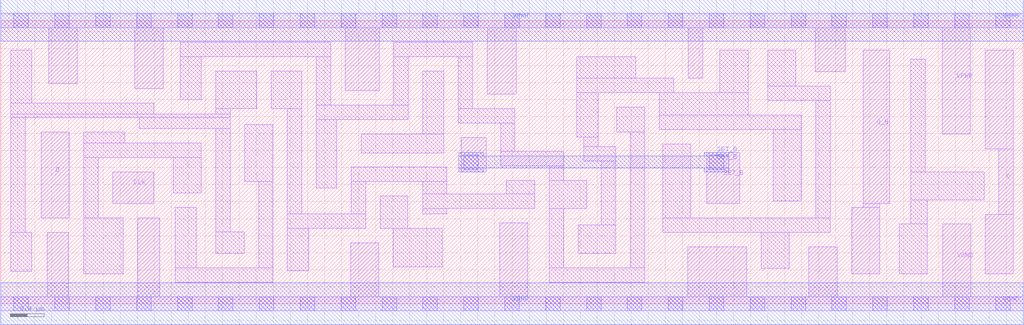
<source format=lef>
# Copyright 2020 The SkyWater PDK Authors
#
# Licensed under the Apache License, Version 2.0 (the "License");
# you may not use this file except in compliance with the License.
# You may obtain a copy of the License at
#
#     https://www.apache.org/licenses/LICENSE-2.0
#
# Unless required by applicable law or agreed to in writing, software
# distributed under the License is distributed on an "AS IS" BASIS,
# WITHOUT WARRANTIES OR CONDITIONS OF ANY KIND, either express or implied.
# See the License for the specific language governing permissions and
# limitations under the License.
#
# SPDX-License-Identifier: Apache-2.0

VERSION 5.7 ;
  NAMESCASESENSITIVE ON ;
  NOWIREEXTENSIONATPIN ON ;
  DIVIDERCHAR "/" ;
  BUSBITCHARS "[]" ;
UNITS
  DATABASE MICRONS 200 ;
END UNITS
MACRO sky130_fd_sc_ms__dfsbp_1
  CLASS CORE ;
  SOURCE USER ;
  FOREIGN sky130_fd_sc_ms__dfsbp_1 ;
  ORIGIN  0.000000  0.000000 ;
  SIZE  12.00000 BY  3.330000 ;
  SYMMETRY X Y ;
  SITE unit ;
  PIN D
    ANTENNAGATEAREA  0.138600 ;
    DIRECTION INPUT ;
    USE SIGNAL ;
    PORT
      LAYER li1 ;
        RECT 0.475000 1.010000 0.805000 2.020000 ;
    END
  END D
  PIN Q
    ANTENNADIFFAREA  0.524500 ;
    DIRECTION OUTPUT ;
    USE SIGNAL ;
    PORT
      LAYER li1 ;
        RECT 11.555000 0.350000 11.885000 1.050000 ;
        RECT 11.555000 1.820000 11.885000 2.980000 ;
        RECT 11.715000 1.050000 11.885000 1.820000 ;
    END
  END Q
  PIN Q_N
    ANTENNADIFFAREA  0.524500 ;
    DIRECTION OUTPUT ;
    USE SIGNAL ;
    PORT
      LAYER li1 ;
        RECT  9.985000 0.350000 10.315000 1.130000 ;
        RECT 10.120000 1.130000 10.315000 1.180000 ;
        RECT 10.120000 1.180000 10.435000 2.980000 ;
    END
  END Q_N
  PIN SET_B
    ANTENNAGATEAREA  0.277200 ;
    DIRECTION INPUT ;
    USE SIGNAL ;
    PORT
      LAYER li1 ;
        RECT 5.405000 1.550000 5.695000 1.955000 ;
        RECT 8.285000 1.180000 8.670000 1.780000 ;
      LAYER mcon ;
        RECT 5.435000 1.580000 5.605000 1.750000 ;
        RECT 8.315000 1.580000 8.485000 1.750000 ;
      LAYER met1 ;
        RECT 5.375000 1.550000 5.665000 1.595000 ;
        RECT 5.375000 1.595000 8.545000 1.735000 ;
        RECT 5.375000 1.735000 5.665000 1.780000 ;
        RECT 8.255000 1.550000 8.545000 1.595000 ;
        RECT 8.255000 1.735000 8.545000 1.780000 ;
    END
  END SET_B
  PIN CLK
    ANTENNAGATEAREA  0.312600 ;
    DIRECTION INPUT ;
    USE CLOCK ;
    PORT
      LAYER li1 ;
        RECT 1.315000 1.180000 1.795000 1.550000 ;
    END
  END CLK
  PIN VGND
    DIRECTION INOUT ;
    USE GROUND ;
    PORT
      LAYER li1 ;
        RECT  0.000000 -0.085000 12.000000 0.085000 ;
        RECT  0.545000  0.085000  0.795000 0.840000 ;
        RECT  1.605000  0.085000  1.865000 1.010000 ;
        RECT  4.105000  0.085000  4.435000 0.715000 ;
        RECT  5.855000  0.085000  6.185000 0.950000 ;
        RECT  8.065000  0.085000  8.755000 0.670000 ;
        RECT  9.485000  0.085000  9.815000 0.670000 ;
        RECT 11.055000  0.085000 11.385000 0.940000 ;
      LAYER mcon ;
        RECT  0.155000 -0.085000  0.325000 0.085000 ;
        RECT  0.635000 -0.085000  0.805000 0.085000 ;
        RECT  1.115000 -0.085000  1.285000 0.085000 ;
        RECT  1.595000 -0.085000  1.765000 0.085000 ;
        RECT  2.075000 -0.085000  2.245000 0.085000 ;
        RECT  2.555000 -0.085000  2.725000 0.085000 ;
        RECT  3.035000 -0.085000  3.205000 0.085000 ;
        RECT  3.515000 -0.085000  3.685000 0.085000 ;
        RECT  3.995000 -0.085000  4.165000 0.085000 ;
        RECT  4.475000 -0.085000  4.645000 0.085000 ;
        RECT  4.955000 -0.085000  5.125000 0.085000 ;
        RECT  5.435000 -0.085000  5.605000 0.085000 ;
        RECT  5.915000 -0.085000  6.085000 0.085000 ;
        RECT  6.395000 -0.085000  6.565000 0.085000 ;
        RECT  6.875000 -0.085000  7.045000 0.085000 ;
        RECT  7.355000 -0.085000  7.525000 0.085000 ;
        RECT  7.835000 -0.085000  8.005000 0.085000 ;
        RECT  8.315000 -0.085000  8.485000 0.085000 ;
        RECT  8.795000 -0.085000  8.965000 0.085000 ;
        RECT  9.275000 -0.085000  9.445000 0.085000 ;
        RECT  9.755000 -0.085000  9.925000 0.085000 ;
        RECT 10.235000 -0.085000 10.405000 0.085000 ;
        RECT 10.715000 -0.085000 10.885000 0.085000 ;
        RECT 11.195000 -0.085000 11.365000 0.085000 ;
        RECT 11.675000 -0.085000 11.845000 0.085000 ;
      LAYER met1 ;
        RECT 0.000000 -0.245000 12.000000 0.245000 ;
    END
  END VGND
  PIN VPWR
    DIRECTION INOUT ;
    USE POWER ;
    PORT
      LAYER li1 ;
        RECT  0.000000 3.245000 12.000000 3.415000 ;
        RECT  0.565000 2.590000  0.895000 3.245000 ;
        RECT  1.575000 2.530000  1.905000 3.245000 ;
        RECT  4.045000 2.505000  4.440000 3.245000 ;
        RECT  5.710000 2.465000  6.050000 3.245000 ;
        RECT  8.070000 2.650000  8.240000 3.245000 ;
        RECT  9.560000 2.730000  9.910000 3.245000 ;
        RECT 11.050000 1.995000 11.380000 3.245000 ;
      LAYER mcon ;
        RECT  0.155000 3.245000  0.325000 3.415000 ;
        RECT  0.635000 3.245000  0.805000 3.415000 ;
        RECT  1.115000 3.245000  1.285000 3.415000 ;
        RECT  1.595000 3.245000  1.765000 3.415000 ;
        RECT  2.075000 3.245000  2.245000 3.415000 ;
        RECT  2.555000 3.245000  2.725000 3.415000 ;
        RECT  3.035000 3.245000  3.205000 3.415000 ;
        RECT  3.515000 3.245000  3.685000 3.415000 ;
        RECT  3.995000 3.245000  4.165000 3.415000 ;
        RECT  4.475000 3.245000  4.645000 3.415000 ;
        RECT  4.955000 3.245000  5.125000 3.415000 ;
        RECT  5.435000 3.245000  5.605000 3.415000 ;
        RECT  5.915000 3.245000  6.085000 3.415000 ;
        RECT  6.395000 3.245000  6.565000 3.415000 ;
        RECT  6.875000 3.245000  7.045000 3.415000 ;
        RECT  7.355000 3.245000  7.525000 3.415000 ;
        RECT  7.835000 3.245000  8.005000 3.415000 ;
        RECT  8.315000 3.245000  8.485000 3.415000 ;
        RECT  8.795000 3.245000  8.965000 3.415000 ;
        RECT  9.275000 3.245000  9.445000 3.415000 ;
        RECT  9.755000 3.245000  9.925000 3.415000 ;
        RECT 10.235000 3.245000 10.405000 3.415000 ;
        RECT 10.715000 3.245000 10.885000 3.415000 ;
        RECT 11.195000 3.245000 11.365000 3.415000 ;
        RECT 11.675000 3.245000 11.845000 3.415000 ;
      LAYER met1 ;
        RECT 0.000000 3.085000 12.000000 3.575000 ;
    END
  END VPWR
  OBS
    LAYER li1 ;
      RECT  0.115000 0.380000  0.365000 0.840000 ;
      RECT  0.115000 0.840000  0.285000 2.190000 ;
      RECT  0.115000 2.190000  2.695000 2.230000 ;
      RECT  0.115000 2.230000  1.795000 2.360000 ;
      RECT  0.115000 2.360000  0.365000 2.980000 ;
      RECT  0.975000 0.350000  1.435000 1.010000 ;
      RECT  0.975000 1.010000  1.145000 1.720000 ;
      RECT  0.975000 1.720000  2.355000 1.890000 ;
      RECT  0.975000 1.890000  1.455000 2.020000 ;
      RECT  1.625000 2.060000  2.695000 2.190000 ;
      RECT  2.025000 1.300000  2.355000 1.720000 ;
      RECT  2.045000 0.255000  3.195000 0.425000 ;
      RECT  2.045000 0.425000  2.295000 1.130000 ;
      RECT  2.105000 2.400000  2.355000 2.905000 ;
      RECT  2.105000 2.905000  3.875000 3.075000 ;
      RECT  2.525000 0.595000  2.855000 0.845000 ;
      RECT  2.525000 0.845000  2.695000 2.060000 ;
      RECT  2.525000 2.230000  2.695000 2.295000 ;
      RECT  2.525000 2.295000  3.005000 2.735000 ;
      RECT  2.865000 1.435000  3.195000 2.105000 ;
      RECT  3.025000 0.425000  3.195000 1.435000 ;
      RECT  3.175000 2.295000  3.535000 2.735000 ;
      RECT  3.365000 0.385000  3.615000 0.885000 ;
      RECT  3.365000 0.885000  4.285000 1.055000 ;
      RECT  3.365000 1.055000  3.535000 2.295000 ;
      RECT  3.705000 1.360000  3.945000 2.165000 ;
      RECT  3.705000 2.165000  4.780000 2.335000 ;
      RECT  3.705000 2.335000  3.875000 2.905000 ;
      RECT  4.115000 1.055000  4.285000 1.435000 ;
      RECT  4.115000 1.435000  5.235000 1.605000 ;
      RECT  4.230000 1.775000  5.200000 1.995000 ;
      RECT  4.455000 0.885000  4.775000 1.265000 ;
      RECT  4.605000 0.435000  5.180000 0.885000 ;
      RECT  4.610000 2.335000  4.780000 2.905000 ;
      RECT  4.610000 2.905000  5.540000 3.075000 ;
      RECT  4.950000 1.055000  5.235000 1.120000 ;
      RECT  4.950000 1.120000  6.265000 1.290000 ;
      RECT  4.950000 1.290000  5.235000 1.435000 ;
      RECT  4.950000 1.995000  5.200000 2.735000 ;
      RECT  5.370000 2.125000  6.035000 2.295000 ;
      RECT  5.370000 2.295000  5.540000 2.905000 ;
      RECT  5.865000 1.620000  6.605000 1.790000 ;
      RECT  5.865000 1.790000  6.035000 2.125000 ;
      RECT  5.935000 1.290000  6.265000 1.450000 ;
      RECT  6.435000 0.255000  7.560000 0.425000 ;
      RECT  6.435000 0.425000  6.605000 1.120000 ;
      RECT  6.435000 1.120000  6.880000 1.450000 ;
      RECT  6.435000 1.450000  6.605000 1.620000 ;
      RECT  6.760000 1.960000  7.010000 2.480000 ;
      RECT  6.760000 2.480000  7.900000 2.650000 ;
      RECT  6.760000 2.650000  7.450000 2.905000 ;
      RECT  6.775000 0.595000  7.220000 0.925000 ;
      RECT  6.840000 1.680000  7.220000 1.850000 ;
      RECT  6.840000 1.850000  7.010000 1.960000 ;
      RECT  7.050000 0.925000  7.220000 1.680000 ;
      RECT  7.230000 2.020000  7.560000 2.310000 ;
      RECT  7.390000 0.425000  7.560000 2.020000 ;
      RECT  7.730000 2.050000  9.395000 2.220000 ;
      RECT  7.730000 2.220000  8.770000 2.480000 ;
      RECT  7.770000 0.840000  9.735000 1.010000 ;
      RECT  7.770000 1.010000  8.100000 1.880000 ;
      RECT  8.440000 2.480000  8.770000 2.980000 ;
      RECT  8.925000 0.415000  9.255000 0.840000 ;
      RECT  9.000000 2.390000  9.735000 2.560000 ;
      RECT  9.000000 2.560000  9.330000 2.980000 ;
      RECT  9.065000 1.210000  9.395000 2.050000 ;
      RECT  9.565000 1.010000  9.735000 2.390000 ;
      RECT 10.545000 0.350000 10.875000 0.940000 ;
      RECT 10.680000 0.940000 10.875000 1.220000 ;
      RECT 10.680000 1.220000 11.540000 1.550000 ;
      RECT 10.680000 1.550000 10.850000 2.875000 ;
  END
END sky130_fd_sc_ms__dfsbp_1

</source>
